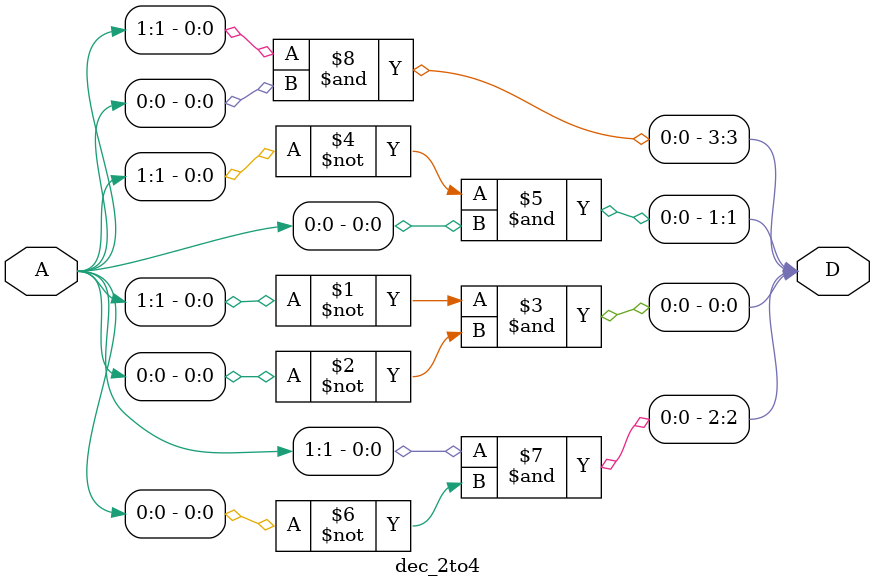
<source format=v>

module top(A,D);
input [4:0]A;
output [31:0]D; 

wire [3:0]E; 
dec_2to4 d1 (A[4:3],E);

dec_3to8 d2 (A[2:0],E[0],D[7:0]);
dec_3to8 d3 (A[2:0],E[1],D[15:8]);
dec_3to8 d4 (A[2:0],E[2],D[23:16]);
dec_3to8 d5 (A[2:0],E[3],D[31:24]);

endmodule

module dec_3to8 (A,E,D);
input E; 
input [2:0]A; 
output [7:0]D; 
reg [7:0]D;

always @*
if(E)
begin
D[0]<=(~A[2]&~A[1]&~A[0]);
D[1]<=(~A[2]&~A[1]&A[0]);
D[2]<=(~A[2]&A[1]&~A[0]);
D[3]<=(~A[2]&A[1]&A[0]);
D[4]<=(A[2]&~A[1]&~A[0]);
D[5]<=(A[2]&~A[1]&A[0]);
D[6]<=(A[2]&A[1]&~A[0]);
D[7]<=(A[2]&A[1]&A[0]);
   end
   else D<=0;

endmodule

module dec_2to4 (A,D);
input [1:0]A; 
output [3:0]D; 

assign D[0]=(~A[1]&~A[0]),
D[1]=(~A[1]&A[0]),
   D[2]=(A[1]&~A[0]),
   D[3]=(A[1]&A[0]);
     
endmodule     

</source>
